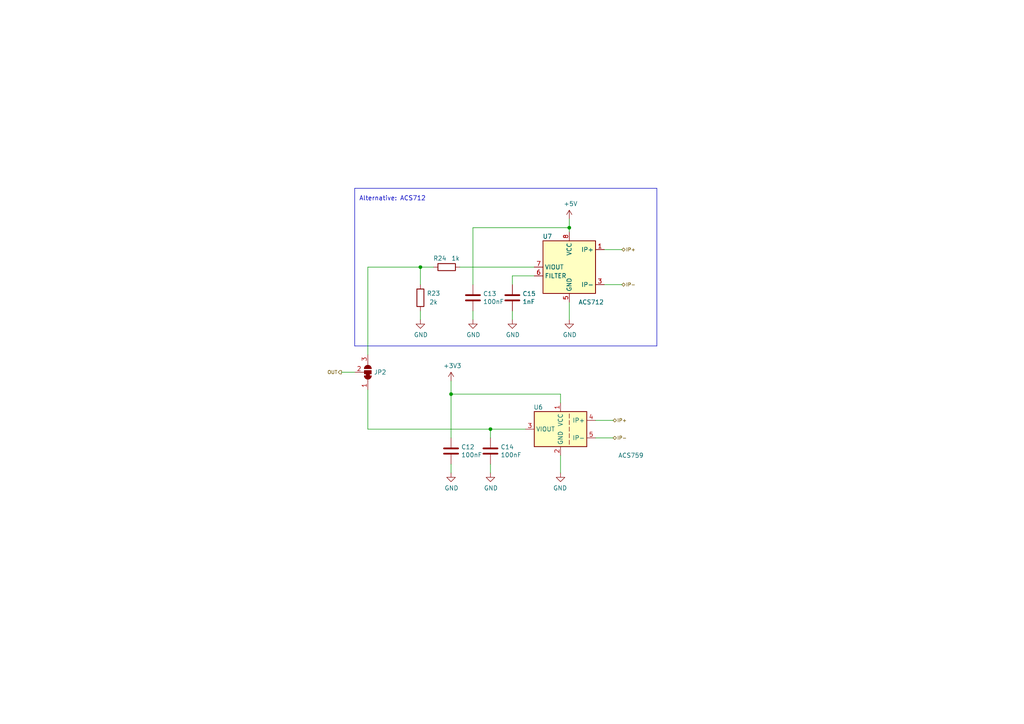
<source format=kicad_sch>
(kicad_sch (version 20230121) (generator eeschema)
  (paper "User" 297.002 210.007)
  (title_block (title "ESP-MAP (Standalone UPS Monitor)") (date "2024-01-07") (rev "rev01") (comment 1 "https://github.com/enriquewph/esp-map"))
  (lib_symbols
    (symbol "Device:C" (pin_numbers hide) (pin_names (offset 0.254))
      (property "Reference" "C" (at 0.635 2.54 0))
      (property "Value" "C" (at 0.635 -2.54 0))
      (symbol "C_0_1"
        (polyline (pts (xy -2.032 -0.762) (xy 2.032 -0.762)) (stroke (width 0.508)))
        (polyline (pts (xy -2.032 0.762) (xy 2.032 0.762)) (stroke (width 0.508)))
      )
      (symbol "C_1_1"
        (pin passive line (at 0 3.81 270) (length 2.794) (name "~") (number "1"))
        (pin passive line (at 0 -3.81 90) (length 2.794) (name "~") (number "2"))
      )
    )
    (symbol "Device:R" (pin_numbers hide) (pin_names (offset 0))
      (property "Reference" "R" (at 2.032 0 90))
      (property "Value" "R" (at 0 0 90))
      (symbol "R_0_1"
        (rectangle (start -1.016 -2.54) (end 1.016 2.54) (stroke (width 0.254)))
      )
      (symbol "R_1_1"
        (pin passive line (at 0 3.81 270) (length 1.27) (name "~") (number "1"))
        (pin passive line (at 0 -3.81 90) (length 1.27) (name "~") (number "2"))
      )
    )
    (symbol "Jumper:SolderJumper_3_Bridged12" (pin_names (offset 0) hide)
      (property "Reference" "JP" (at -2.54 -2.54 0))
      (property "Value" "SolderJumper_3_Bridged12" (at 0 2.794 0))
      (symbol "SolderJumper_3_Bridged12_0_1"
        (rectangle (start -1.016 0.508) (end -0.508 -0.508) (fill (type outline)))
        (arc (start -1.016 1.016) (mid -2.0276 0) (end -1.016 -1.016))
        (arc (start -1.016 1.016) (mid -2.0276 0) (end -1.016 -1.016) (fill (type outline)))
        (rectangle (start -0.508 1.016) (end 0.508 -1.016) (fill (type outline)))
        (polyline (pts (xy -2.54 0) (xy -2.032 0)))
        (polyline (pts (xy -1.016 1.016) (xy -1.016 -1.016)))
        (polyline (pts (xy 0 -1.27) (xy 0 -1.016)))
        (polyline (pts (xy 1.016 1.016) (xy 1.016 -1.016)))
        (polyline (pts (xy 2.54 0) (xy 2.032 0)))
        (arc (start 1.016 -1.016) (mid 2.0276 0) (end 1.016 1.016))
        (arc (start 1.016 -1.016) (mid 2.0276 0) (end 1.016 1.016) (fill (type outline)))
      )
      (symbol "SolderJumper_3_Bridged12_1_1"
        (pin passive line (at -5.08 0 0) (length 2.54) (name "A") (number "1"))
        (pin passive line (at 0 -3.81 90) (length 2.54) (name "C") (number "2"))
        (pin passive line (at 5.08 0 180) (length 2.54) (name "B") (number "3"))
      )
    )
    (symbol "Sensor_Current:ACS712xLCTR-20A"
      (property "Reference" "U" (at 2.54 11.43 0))
      (property "Value" "ACS712xLCTR-20A" (at 2.54 8.89 0))
      (symbol "ACS712xLCTR-20A_0_1"
        (rectangle (start -7.62 7.62) (end 7.62 -7.62) (stroke (width 0.254)) (fill (type background)))
      )
      (symbol "ACS712xLCTR-20A_1_1"
        (pin passive line (at -10.16 5.08 0) (length 2.54) (name "IP+") (number "1"))
        (pin passive line (at -10.16 5.08 0) (length 2.54) hide (name "IP+") (number "2"))
        (pin passive line (at -10.16 -5.08 0) (length 2.54) (name "IP-") (number "3"))
        (pin passive line (at -10.16 -5.08 0) (length 2.54) hide (name "IP-") (number "4"))
        (pin power_in line (at 0 -10.16 90) (length 2.54) (name "GND") (number "5"))
        (pin passive line (at 10.16 -2.54 180) (length 2.54) (name "FILTER") (number "6"))
        (pin output line (at 10.16 0 180) (length 2.54) (name "VIOUT") (number "7"))
        (pin power_in line (at 0 10.16 270) (length 2.54) (name "VCC") (number "8"))
      )
    )
    (symbol "Sensor_Current:ACS759xCB-050B-PFF"
      (property "Reference" "U" (at -7.62 6.35 0))
      (property "Value" "ACS759xCB-050B-PFF" (at 2.54 6.35 0))
      (symbol "ACS759xCB-050B-PFF_0_1"
        (rectangle (start -7.62 5.08) (end 7.62 -5.08) (stroke (width 0.254)) (fill (type background)))
        (polyline (pts (xy -2.54 -3.175) (xy -2.54 -4.445)))
        (polyline (pts (xy -2.54 -1.27) (xy -2.54 -2.54)))
        (polyline (pts (xy -2.54 0.635) (xy -2.54 -0.635)))
        (polyline (pts (xy -2.54 1.27) (xy -2.54 2.54)))
        (polyline (pts (xy -2.54 3.175) (xy -2.54 4.445)))
      )
      (symbol "ACS759xCB-050B-PFF_1_1"
        (pin power_in line (at 0 7.62 270) (length 2.54) (name "VCC") (number "1"))
        (pin power_in line (at 0 -7.62 90) (length 2.54) (name "GND") (number "2"))
        (pin output line (at 10.16 0 180) (length 2.54) (name "VIOUT") (number "3"))
        (pin passive line (at -10.16 2.54 0) (length 2.54) (name "IP+") (number "4"))
        (pin passive line (at -10.16 -2.54 0) (length 2.54) (name "IP-") (number "5"))
      )
    )
    (symbol "power:+3V3" (power) (pin_names (offset 0))
      (property "Value" "+3V3" (at 0 3.556 0))
      (symbol "+3V3_0_1"
        (polyline (pts (xy -0.762 1.27) (xy 0 2.54)))
        (polyline (pts (xy 0 0) (xy 0 2.54)))
        (polyline (pts (xy 0 2.54) (xy 0.762 1.27)))
      )
      (symbol "+3V3_1_1"
        (pin power_in line (at 0 0 90) (length 0) hide (name "+3V3") (number "1"))
      )
    )
    (symbol "power:+5V" (power) (pin_names (offset 0))
      (property "Value" "+5V" (at 0 3.556 0))
      (symbol "+5V_0_1"
        (polyline (pts (xy -0.762 1.27) (xy 0 2.54)))
        (polyline (pts (xy 0 0) (xy 0 2.54)))
        (polyline (pts (xy 0 2.54) (xy 0.762 1.27)))
      )
      (symbol "+5V_1_1"
        (pin power_in line (at 0 0 90) (length 0) hide (name "+5V") (number "1"))
      )
    )
    (symbol "power:GND" (power) (pin_names (offset 0))
      (property "Value" "GND" (at 0 -3.81 0))
      (symbol "GND_0_1"
        (polyline (pts (xy 0 0) (xy 0 -1.27) (xy 1.27 -1.27) (xy 0 -2.54) (xy -1.27 -1.27) (xy 0 -1.27)))
      )
      (symbol "GND_1_1"
        (pin power_in line (at 0 0 270) (length 0) hide (name "GND") (number "1"))
      )
    )
  )
  (junction (at 165.1 66.04))
  (junction (at 142.24 124.46))
  (junction (at 121.92 77.47))
  (junction (at 130.81 114.3))
  (wire (pts (xy 162.56 114.3) (xy 130.81 114.3)))
  (wire (pts (xy 165.1 87.63) (xy 165.1 92.71)))
  (wire (pts (xy 180.34 82.55) (xy 175.26 82.55)))
  (wire (pts (xy 137.16 66.04) (xy 165.1 66.04)))
  (wire (pts (xy 180.34 72.39) (xy 175.26 72.39)))
  (wire (pts (xy 121.92 77.47) (xy 125.73 77.47)))
  (wire (pts (xy 130.81 137.16) (xy 130.81 134.62)))
  (wire (pts (xy 148.59 80.01) (xy 154.94 80.01)))
  (wire (pts (xy 99.06 107.95) (xy 102.87 107.95)))
  (wire (pts (xy 121.92 92.71) (xy 121.92 90.17)))
  (wire (pts (xy 137.16 92.71) (xy 137.16 90.17)))
  (polyline (pts (xy 102.87 54.61) (xy 102.87 100.33)))
  (wire (pts (xy 165.1 67.31) (xy 165.1 66.04)))
  (wire (pts (xy 177.8 127) (xy 172.72 127)))
  (wire (pts (xy 130.81 127) (xy 130.81 114.3)))
  (polyline (pts (xy 190.5 54.61) (xy 102.87 54.61)))
  (wire (pts (xy 106.68 77.47) (xy 121.92 77.47)))
  (wire (pts (xy 142.24 137.16) (xy 142.24 134.62)))
  (wire (pts (xy 106.68 124.46) (xy 142.24 124.46)))
  (wire (pts (xy 133.35 77.47) (xy 154.94 77.47)))
  (wire (pts (xy 137.16 82.55) (xy 137.16 66.04)))
  (wire (pts (xy 130.81 110.49) (xy 130.81 114.3)))
  (wire (pts (xy 142.24 124.46) (xy 152.4 124.46)))
  (wire (pts (xy 148.59 92.71) (xy 148.59 90.17)))
  (wire (pts (xy 121.92 82.55) (xy 121.92 77.47)))
  (wire (pts (xy 177.8 121.92) (xy 172.72 121.92)))
  (wire (pts (xy 148.59 82.55) (xy 148.59 80.01)))
  (wire (pts (xy 165.1 63.5) (xy 165.1 66.04)))
  (wire (pts (xy 162.56 116.84) (xy 162.56 114.3)))
  (polyline (pts (xy 190.5 100.33) (xy 190.5 54.61)))
  (wire (pts (xy 106.68 113.03) (xy 106.68 124.46)))
  (wire (pts (xy 106.68 102.87) (xy 106.68 77.47)))
  (wire (pts (xy 142.24 127) (xy 142.24 124.46)))
  (wire (pts (xy 162.56 137.16) (xy 162.56 132.08)))
  (polyline (pts (xy 102.87 100.33) (xy 190.5 100.33)))
  (text "Alternative: ACS712" (at 104.14 58.42 0) (effects (font (size 1.2954 1.2954)) (justify left bottom)))
  (hierarchical_label "IP+" (shape bidirectional) (at 177.8 121.92 0) (effects (font (size 0.9906 0.9906))))
  (hierarchical_label "IP+" (shape bidirectional) (at 180.34 72.39 0) (effects (font (size 0.9906 0.9906))))
  (hierarchical_label "IP-" (shape bidirectional) (at 177.8 127 0) (effects (font (size 0.9906 0.9906))))
  (hierarchical_label "OUT" (shape output) (at 99.06 107.95 180) (effects (font (size 0.9906 0.9906))))
  (hierarchical_label "IP-" (shape bidirectional) (at 180.34 82.55 0) (effects (font (size 0.9906 0.9906))))
  (symbol (lib_id "Sensor_Current:ACS759xCB-050B-PFF") (at 162.56 124.46 0) (mirror y) (unit 1)
    (property "Reference" "U6" (at 157.48 118.11 0) (effects (justify left)))
    (property "Value" "ACS759" (at 186.69 132.08 0) (effects (justify left)))
    (property "Footprint" "esp-map-footprints:Allegro_CB_PFF" (effects hide))
    (property "Datasheet" "https://www.allegromicro.com/~/media/Files/Datasheets/ACS759-Datasheet.ashx" (effects hide))
    (property "manf#" "ACS759LCB-050B-PFF-T" (effects hide))
  )
  (symbol (lib_id "Device:C") (at 130.81 130.81 0) (unit 1)
    (property "Reference" "C12" (at 133.731 129.6416 0) (effects (justify left)))
    (property "Value" "100nF" (at 133.731 131.953 0) (effects (justify left)))
    (property "Footprint" "Capacitor_SMD:C_1206_3216Metric_Pad1.33x1.80mm_HandSolder" (effects hide))
    (property "Datasheet" "https://www.yageo.com/upload/media/product/productsearch/datasheet/mlcc/UPY-GPHC_X7R_6.3V-to-50V_18.pdf" (effects hide))
    (property "Voltage" "50V" (effects hide))
    (property "manf#" "CC1206KRX7R9BB104" (effects hide))
  )
  (symbol (lib_id "Device:C") (at 142.24 130.81 0) (unit 1)
    (property "Reference" "C14" (at 145.161 129.6416 0) (effects (justify left)))
    (property "Value" "100nF" (at 145.161 131.953 0) (effects (justify left)))
    (property "Footprint" "Capacitor_SMD:C_1206_3216Metric_Pad1.33x1.80mm_HandSolder" (effects hide))
    (property "Datasheet" "https://www.yageo.com/upload/media/product/productsearch/datasheet/mlcc/UPY-GPHC_X7R_6.3V-to-50V_18.pdf" (effects hide))
    (property "Voltage" "50V" (effects hide))
    (property "manf#" "CC1206KRX7R9BB104" (effects hide))
  )
  (symbol (lib_id "power:GND") (at 130.81 137.16 0) (unit 1)
    (property "Reference" "#PWR059" (effects hide))
    (property "Value" "GND" (at 130.937 141.5542 0))
  )
  (symbol (lib_id "power:GND") (at 142.24 137.16 0) (unit 1)
    (property "Reference" "#PWR061" (effects hide))
    (property "Value" "GND" (at 142.367 141.5542 0))
  )
  (symbol (lib_id "power:GND") (at 162.56 137.16 0) (mirror y) (unit 1)
    (property "Reference" "#PWR063" (effects hide))
    (property "Value" "GND" (at 162.433 141.5542 0))
  )
  (symbol (lib_id "power:+3V3") (at 130.81 110.49 0) (unit 1)
    (property "Reference" "#PWR058" (effects hide))
    (property "Value" "+3V3" (at 131.191 106.0958 0))
  )
  (symbol (lib_id "Sensor_Current:ACS712xLCTR-20A") (at 165.1 77.47 0) (mirror y) (unit 1)
    (property "Reference" "U7" (at 158.75 68.58 0))
    (property "Value" "ACS712" (at 171.45 87.63 0))
    (property "Footprint" "Package_SO:SOIC-8_3.9x4.9mm_P1.27mm" (effects hide))
    (property "Datasheet" "https://www.sparkfun.com/datasheets/BreakoutBoards/0712.pdf" (effects hide))
    (property "Fitted" "No" (effects hide))
    (property "manf#" "ACS71240LLCBTR-030B3" (effects hide))
  )
  (symbol (lib_id "power:+5V") (at 165.1 63.5 0) (unit 1)
    (property "Reference" "#PWR064" (effects hide))
    (property "Value" "+5V" (at 165.481 59.1058 0))
  )
  (symbol (lib_id "Device:C") (at 148.59 86.36 0) (unit 1)
    (property "Reference" "C15" (at 151.511 85.1916 0) (effects (justify left)))
    (property "Value" "1nF" (at 151.511 87.503 0) (effects (justify left)))
    (property "Footprint" "Capacitor_SMD:C_1206_3216Metric_Pad1.33x1.80mm_HandSolder" (effects hide))
    (property "Datasheet" "https://www.yageo.com/upload/media/product/products/datasheet/mlcc/UPY-NP0X7R_HV_1KV-to-3KV_11.pdf" (effects hide))
    (property "Fitted" "No" (effects hide))
    (property "manf#" "CC1206KKX7RCBB102" (effects hide))
  )
  (symbol (lib_id "power:GND") (at 165.1 92.71 0) (unit 1)
    (property "Reference" "#PWR065" (effects hide))
    (property "Value" "GND" (at 165.227 97.1042 0))
  )
  (symbol (lib_id "power:GND") (at 148.59 92.71 0) (unit 1)
    (property "Reference" "#PWR062" (effects hide))
    (property "Value" "GND" (at 148.717 97.1042 0))
  )
  (symbol (lib_id "Device:C") (at 137.16 86.36 0) (unit 1)
    (property "Reference" "C13" (at 140.081 85.1916 0) (effects (justify left)))
    (property "Value" "100nF" (at 140.081 87.503 0) (effects (justify left)))
    (property "Footprint" "Capacitor_SMD:C_1206_3216Metric_Pad1.33x1.80mm_HandSolder" (effects hide))
    (property "Datasheet" "https://www.yageo.com/upload/media/product/productsearch/datasheet/mlcc/UPY-GPHC_X7R_6.3V-to-50V_18.pdf" (effects hide))
    (property "Fitted" "No" (effects hide))
    (property "Voltage" "50V" (effects hide))
    (property "manf#" "CC1206KRX7R9BB104" (effects hide))
  )
  (symbol (lib_id "power:GND") (at 137.16 92.71 0) (unit 1)
    (property "Reference" "#PWR060" (effects hide))
    (property "Value" "GND" (at 137.287 97.1042 0))
  )
  (symbol (lib_id "Device:R") (at 121.92 86.36 180) (unit 1)
    (property "Reference" "R23" (at 125.73 85.09 0))
    (property "Value" "2k" (at 125.73 87.63 0))
    (property "Footprint" "Resistor_SMD:R_1206_3216Metric" (effects hide))
    (property "Datasheet" "https://www.yageo.com/upload/media/product/productsearch/datasheet/rchip/PYu-RC_Group_51_RoHS_L_11.pdf" (effects hide))
    (property "Fitted" "No" (effects hide))
    (property "manf#" "RC1206FR-072KL" (effects hide))
  )
  (symbol (lib_id "Device:R") (at 129.54 77.47 90) (unit 1)
    (property "Reference" "R24" (at 129.54 74.93 90) (effects (justify left)))
    (property "Value" "1k" (at 133.35 74.93 90) (effects (justify left)))
    (property "Footprint" "Resistor_SMD:R_1206_3216Metric" (effects hide))
    (property "Datasheet" "https://www.yageo.com/upload/media/product/productsearch/datasheet/rchip/PYu-RC_Group_51_RoHS_L_11.pdf" (effects hide))
    (property "manf#" "RC1206FR-071KL" (effects hide))
  )
  (symbol (lib_id "power:GND") (at 121.92 92.71 0) (unit 1)
    (property "Reference" "#PWR057" (effects hide))
    (property "Value" "GND" (at 122.047 97.1042 0))
  )
  (symbol (lib_id "Jumper:SolderJumper_3_Bridged12") (at 106.68 107.95 270) (mirror x) (unit 1)
    (property "Reference" "JP2" (at 108.4072 107.95 90) (effects (justify left)))
    (property "Value" "SolderJumper_3_Bridged12" (effects hide))
    (property "Footprint" "Jumper:SolderJumper-3_P1.3mm_Open_RoundedPad1.0x1.5mm_NumberLabels" (effects hide))
  )
)
</source>
